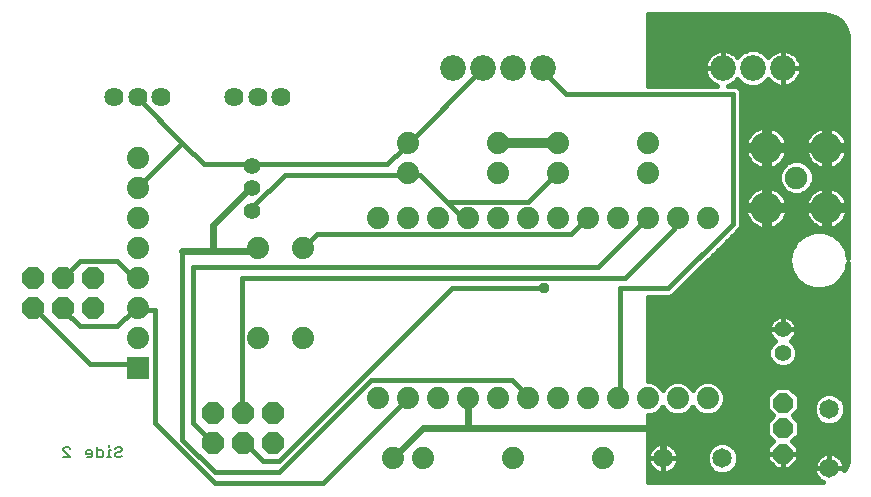
<source format=gbl>
G75*
G70*
%OFA0B0*%
%FSLAX24Y24*%
%IPPOS*%
%LPD*%
%AMOC8*
5,1,8,0,0,1.08239X$1,22.5*
%
%ADD10C,0.0060*%
%ADD11C,0.0740*%
%ADD12OC8,0.0740*%
%ADD13C,0.0555*%
%ADD14C,0.0560*%
%ADD15OC8,0.0660*%
%ADD16C,0.0750*%
%ADD17C,0.1050*%
%ADD18C,0.0860*%
%ADD19C,0.0640*%
%ADD20R,0.0740X0.0740*%
%ADD21C,0.0650*%
%ADD22C,0.0160*%
%ADD23C,0.0157*%
%ADD24C,0.0240*%
%ADD25C,0.0320*%
%ADD26C,0.0377*%
D10*
X002624Y001210D02*
X002851Y001210D01*
X002624Y001437D01*
X002624Y001494D01*
X002681Y001550D01*
X002794Y001550D01*
X002851Y001494D01*
X003361Y001380D02*
X003361Y001323D01*
X003588Y001323D01*
X003588Y001267D02*
X003588Y001380D01*
X003531Y001437D01*
X003418Y001437D01*
X003361Y001380D01*
X003418Y001210D02*
X003531Y001210D01*
X003588Y001267D01*
X003729Y001210D02*
X003899Y001210D01*
X003956Y001267D01*
X003956Y001380D01*
X003899Y001437D01*
X003729Y001437D01*
X003729Y001550D02*
X003729Y001210D01*
X004088Y001210D02*
X004202Y001210D01*
X004145Y001210D02*
X004145Y001437D01*
X004202Y001437D01*
X004145Y001550D02*
X004145Y001607D01*
X004343Y001494D02*
X004400Y001550D01*
X004513Y001550D01*
X004570Y001494D01*
X004570Y001437D01*
X004513Y001380D01*
X004400Y001380D01*
X004343Y001323D01*
X004343Y001267D01*
X004400Y001210D01*
X004513Y001210D01*
X004570Y001267D01*
D11*
X005100Y005180D03*
X005100Y006180D03*
X005100Y007180D03*
X005100Y008180D03*
X005100Y009180D03*
X005100Y010180D03*
X005100Y011180D03*
X009100Y008180D03*
X010600Y008180D03*
X013100Y009180D03*
X014100Y009180D03*
X015100Y009180D03*
X016100Y009180D03*
X017100Y009180D03*
X018100Y009180D03*
X019100Y009180D03*
X020100Y009180D03*
X021100Y009180D03*
X022100Y009180D03*
X023100Y009180D03*
X024100Y009180D03*
X022100Y010680D03*
X022100Y011680D03*
X019100Y011680D03*
X019100Y010680D03*
X017100Y010680D03*
X017100Y011680D03*
X014100Y011680D03*
X014100Y010680D03*
X010600Y005180D03*
X009100Y005180D03*
X013100Y003180D03*
X014100Y003180D03*
X015100Y003180D03*
X016100Y003180D03*
X017100Y003180D03*
X018100Y003180D03*
X019100Y003180D03*
X020100Y003180D03*
X021100Y003180D03*
X022100Y003180D03*
X023100Y003180D03*
X024100Y003180D03*
X020600Y001180D03*
X017600Y001180D03*
X014600Y001180D03*
X013600Y001180D03*
D12*
X009600Y001680D03*
X008600Y001680D03*
X007600Y001680D03*
X007600Y002680D03*
X008600Y002680D03*
X009600Y002680D03*
X003600Y006180D03*
X002600Y006180D03*
X001600Y006180D03*
X001600Y007180D03*
X002600Y007180D03*
X003600Y007180D03*
D13*
X008900Y009430D03*
X008900Y010180D03*
X008900Y010930D03*
D14*
X026600Y005474D03*
X026600Y004686D03*
D15*
X026600Y003030D03*
X026600Y002180D03*
X026600Y001330D03*
D16*
X027050Y010530D03*
D17*
X026046Y009526D03*
X028054Y009526D03*
X028054Y011534D03*
X026046Y011534D03*
D18*
X025600Y014180D03*
X024600Y014180D03*
X026600Y014180D03*
X018600Y014180D03*
X017600Y014180D03*
X016600Y014180D03*
X015600Y014180D03*
D19*
X009887Y013211D03*
X009100Y013211D03*
X008313Y013211D03*
X005887Y013211D03*
X005100Y013211D03*
X004313Y013211D03*
D20*
X005100Y004180D03*
D21*
X022616Y001180D03*
X024584Y001180D03*
X028150Y000846D03*
X028150Y002814D03*
D22*
X027672Y003033D02*
X027130Y003033D01*
X027130Y002875D02*
X027625Y002875D01*
X027625Y002919D02*
X027625Y002710D01*
X027705Y002517D01*
X027853Y002369D01*
X028046Y002289D01*
X028254Y002289D01*
X028447Y002369D01*
X028595Y002517D01*
X028675Y002710D01*
X028675Y002919D01*
X028595Y003112D01*
X028447Y003259D01*
X028254Y003339D01*
X028046Y003339D01*
X027853Y003259D01*
X027705Y003112D01*
X027625Y002919D01*
X027625Y002716D02*
X027036Y002716D01*
X027130Y002810D02*
X026925Y002605D01*
X027130Y002400D01*
X027130Y001960D01*
X026910Y001741D01*
X027110Y001541D01*
X027110Y001330D01*
X026600Y001330D01*
X026600Y001330D01*
X026600Y001330D01*
X026090Y001330D01*
X026090Y001541D01*
X026290Y001741D01*
X026070Y001960D01*
X026070Y002400D01*
X026275Y002605D01*
X026070Y002810D01*
X026070Y003250D01*
X026380Y003560D01*
X026820Y003560D01*
X027130Y003250D01*
X027130Y002810D01*
X026972Y002558D02*
X027688Y002558D01*
X027823Y002399D02*
X027130Y002399D01*
X027130Y002241D02*
X028770Y002241D01*
X028770Y002399D02*
X028477Y002399D01*
X028612Y002558D02*
X028770Y002558D01*
X028770Y002716D02*
X028675Y002716D01*
X028675Y002875D02*
X028770Y002875D01*
X028770Y003033D02*
X028628Y003033D01*
X028515Y003192D02*
X028770Y003192D01*
X028770Y003350D02*
X027030Y003350D01*
X027130Y003192D02*
X027785Y003192D01*
X026871Y003509D02*
X028770Y003509D01*
X028770Y003667D02*
X024414Y003667D01*
X024423Y003663D02*
X024213Y003750D01*
X023987Y003750D01*
X023777Y003663D01*
X023617Y003503D01*
X023600Y003462D01*
X023583Y003503D01*
X023423Y003663D01*
X023213Y003750D01*
X022987Y003750D01*
X022777Y003663D01*
X022617Y003503D01*
X022600Y003462D01*
X022583Y003503D01*
X022423Y003663D01*
X022213Y003750D01*
X022100Y003750D01*
X022100Y006561D01*
X022835Y006561D01*
X022938Y006604D01*
X025098Y008764D01*
X025176Y008842D01*
X025219Y008945D01*
X025219Y013375D01*
X025176Y013478D01*
X025098Y013556D01*
X024995Y013599D01*
X024785Y013599D01*
X024834Y013615D01*
X024920Y013658D01*
X024997Y013715D01*
X025065Y013783D01*
X025083Y013806D01*
X025243Y013646D01*
X025475Y013550D01*
X025725Y013550D01*
X025957Y013646D01*
X026117Y013806D01*
X026135Y013783D01*
X026203Y013715D01*
X026280Y013658D01*
X026366Y013615D01*
X026457Y013585D01*
X026552Y013570D01*
X026600Y013570D01*
X026648Y013570D01*
X026743Y013585D01*
X026834Y013615D01*
X026920Y013658D01*
X026997Y013715D01*
X027065Y013783D01*
X027122Y013860D01*
X027165Y013946D01*
X027195Y014037D01*
X027210Y014132D01*
X027210Y014180D01*
X027210Y014228D01*
X027195Y014323D01*
X027165Y014414D01*
X027122Y014500D01*
X027065Y014577D01*
X026997Y014645D01*
X026920Y014702D01*
X026834Y014745D01*
X026743Y014775D01*
X026648Y014790D01*
X026600Y014790D01*
X026600Y014180D01*
X026600Y014180D01*
X027210Y014180D01*
X026600Y014180D01*
X026600Y014180D01*
X026600Y014790D01*
X026552Y014790D01*
X026457Y014775D01*
X026366Y014745D01*
X026280Y014702D01*
X026203Y014645D01*
X026135Y014577D01*
X026117Y014554D01*
X025957Y014714D01*
X025725Y014810D01*
X025475Y014810D01*
X025243Y014714D01*
X025083Y014554D01*
X025065Y014577D01*
X024997Y014645D01*
X024920Y014702D01*
X024834Y014745D01*
X024743Y014775D01*
X024648Y014790D01*
X024600Y014790D01*
X024600Y014180D01*
X024600Y014180D01*
X024600Y014790D01*
X024552Y014790D01*
X024457Y014775D01*
X024366Y014745D01*
X024280Y014702D01*
X024203Y014645D01*
X024135Y014577D01*
X024078Y014500D01*
X024035Y014414D01*
X024005Y014323D01*
X023990Y014228D01*
X023990Y014180D01*
X024600Y014180D01*
X024600Y014180D01*
X023990Y014180D01*
X023990Y014132D01*
X024005Y014037D01*
X024035Y013946D01*
X024078Y013860D01*
X024135Y013783D01*
X024203Y013715D01*
X024280Y013658D01*
X024366Y013615D01*
X024415Y013599D01*
X022100Y013599D01*
X022100Y015976D01*
X027970Y015976D01*
X028095Y015966D01*
X028333Y015889D01*
X028536Y015742D01*
X028683Y015539D01*
X028760Y015301D01*
X028770Y015176D01*
X028770Y007864D01*
X028726Y008117D01*
X028555Y008413D01*
X028292Y008633D01*
X027971Y008750D01*
X027629Y008750D01*
X027308Y008633D01*
X027308Y008633D01*
X027045Y008413D01*
X026874Y008117D01*
X026874Y008117D01*
X026815Y007780D01*
X026874Y007443D01*
X027045Y007147D01*
X027308Y006927D01*
X027629Y006810D01*
X027971Y006810D01*
X028292Y006927D01*
X028292Y006927D01*
X028555Y007147D01*
X028726Y007443D01*
X028770Y007696D01*
X028770Y001180D01*
X028760Y001055D01*
X028683Y000817D01*
X028649Y000771D01*
X028655Y000806D01*
X028655Y000846D01*
X028655Y000885D01*
X028643Y000964D01*
X028618Y001040D01*
X028582Y001110D01*
X028535Y001175D01*
X028479Y001231D01*
X028415Y001278D01*
X028344Y001314D01*
X028268Y001338D01*
X028190Y001351D01*
X028150Y001351D01*
X028110Y001351D01*
X028032Y001338D01*
X027956Y001314D01*
X027885Y001278D01*
X027821Y001231D01*
X027765Y001175D01*
X027718Y001110D01*
X027682Y001040D01*
X027657Y000964D01*
X027645Y000885D01*
X027645Y000846D01*
X028150Y000846D01*
X028150Y001351D01*
X028150Y000846D01*
X028150Y000846D01*
X028150Y000846D01*
X028655Y000846D01*
X028150Y000846D01*
X028150Y000846D01*
X027645Y000846D01*
X027645Y000806D01*
X027657Y000727D01*
X027682Y000652D01*
X027718Y000581D01*
X027765Y000517D01*
X027821Y000461D01*
X027885Y000414D01*
X027952Y000380D01*
X022100Y000380D01*
X022100Y002610D01*
X022213Y002610D01*
X022423Y002697D01*
X022583Y002857D01*
X022600Y002898D01*
X022617Y002857D01*
X022777Y002697D01*
X022987Y002610D01*
X023213Y002610D01*
X023423Y002697D01*
X023583Y002857D01*
X023600Y002898D01*
X023617Y002857D01*
X023777Y002697D01*
X023987Y002610D01*
X024213Y002610D01*
X024423Y002697D01*
X024583Y002857D01*
X024670Y003067D01*
X024670Y003293D01*
X024583Y003503D01*
X024423Y003663D01*
X024578Y003509D02*
X026329Y003509D01*
X026170Y003350D02*
X024647Y003350D01*
X024670Y003192D02*
X026070Y003192D01*
X026070Y003033D02*
X024656Y003033D01*
X024590Y002875D02*
X026070Y002875D01*
X026164Y002716D02*
X024442Y002716D01*
X023758Y002716D02*
X023442Y002716D01*
X023590Y002875D02*
X023610Y002875D01*
X022758Y002716D02*
X022442Y002716D01*
X022590Y002875D02*
X022610Y002875D01*
X022100Y002558D02*
X026228Y002558D01*
X026070Y002399D02*
X022100Y002399D01*
X022100Y002241D02*
X026070Y002241D01*
X026070Y002082D02*
X022100Y002082D01*
X022100Y001924D02*
X026107Y001924D01*
X026265Y001765D02*
X022100Y001765D01*
X022100Y001607D02*
X022344Y001607D01*
X022351Y001612D02*
X022287Y001565D01*
X022231Y001509D01*
X022184Y001445D01*
X022148Y001374D01*
X022123Y001298D01*
X022111Y001220D01*
X022111Y001180D01*
X022111Y001140D01*
X022123Y001062D01*
X022148Y000986D01*
X022184Y000915D01*
X022231Y000851D01*
X022287Y000795D01*
X022351Y000748D01*
X022422Y000712D01*
X022497Y000687D01*
X022576Y000675D01*
X022616Y000675D01*
X022655Y000675D01*
X022734Y000687D01*
X022810Y000712D01*
X022880Y000748D01*
X022945Y000795D01*
X023001Y000851D01*
X023048Y000915D01*
X023084Y000986D01*
X023108Y001062D01*
X023121Y001140D01*
X023121Y001180D01*
X023121Y001220D01*
X023108Y001298D01*
X023084Y001374D01*
X023048Y001445D01*
X023001Y001509D01*
X022945Y001565D01*
X022880Y001612D01*
X022810Y001648D01*
X022734Y001673D01*
X022655Y001685D01*
X022616Y001685D01*
X022616Y001180D01*
X023121Y001180D01*
X022616Y001180D01*
X022616Y001180D01*
X022616Y000675D01*
X022616Y001180D01*
X022616Y001180D01*
X022616Y001180D01*
X022616Y001685D01*
X022576Y001685D01*
X022497Y001673D01*
X022422Y001648D01*
X022351Y001612D01*
X022186Y001448D02*
X022100Y001448D01*
X022100Y001290D02*
X022122Y001290D01*
X022111Y001180D02*
X022616Y001180D01*
X022111Y001180D01*
X022112Y001131D02*
X022100Y001131D01*
X022100Y000973D02*
X022155Y000973D01*
X022100Y000814D02*
X022268Y000814D01*
X022100Y000656D02*
X024479Y000656D01*
X024480Y000655D02*
X024689Y000655D01*
X024882Y000735D01*
X025029Y000883D01*
X025109Y001076D01*
X025109Y001284D01*
X025029Y001477D01*
X024882Y001625D01*
X024689Y001705D01*
X024480Y001705D01*
X024287Y001625D01*
X024139Y001477D01*
X024059Y001284D01*
X024059Y001076D01*
X024139Y000883D01*
X024287Y000735D01*
X024480Y000655D01*
X024690Y000656D02*
X027681Y000656D01*
X027645Y000814D02*
X024961Y000814D01*
X025067Y000973D02*
X026236Y000973D01*
X026090Y001119D02*
X026389Y000820D01*
X026600Y000820D01*
X026811Y000820D01*
X027110Y001119D01*
X027110Y001330D01*
X026600Y001330D01*
X026600Y000820D01*
X026600Y001330D01*
X026600Y001330D01*
X026090Y001330D01*
X026090Y001119D01*
X026090Y001131D02*
X025109Y001131D01*
X025107Y001290D02*
X026090Y001290D01*
X026090Y001448D02*
X025041Y001448D01*
X024900Y001607D02*
X026155Y001607D01*
X026600Y001290D02*
X026600Y001290D01*
X026600Y001131D02*
X026600Y001131D01*
X026600Y000973D02*
X026600Y000973D01*
X026964Y000973D02*
X027660Y000973D01*
X027733Y001131D02*
X027110Y001131D01*
X027110Y001290D02*
X027909Y001290D01*
X028150Y001290D02*
X028150Y001290D01*
X028150Y001131D02*
X028150Y001131D01*
X028150Y000973D02*
X028150Y000973D01*
X028567Y001131D02*
X028766Y001131D01*
X028770Y001290D02*
X028391Y001290D01*
X028770Y001448D02*
X027110Y001448D01*
X027045Y001607D02*
X028770Y001607D01*
X028770Y001765D02*
X026935Y001765D01*
X027093Y001924D02*
X028770Y001924D01*
X028770Y002082D02*
X027130Y002082D01*
X028640Y000973D02*
X028733Y000973D01*
X028681Y000814D02*
X028655Y000814D01*
X027785Y000497D02*
X022100Y000497D01*
X022616Y000814D02*
X022616Y000814D01*
X022616Y000973D02*
X022616Y000973D01*
X022616Y001131D02*
X022616Y001131D01*
X022616Y001180D02*
X022616Y001180D01*
X022616Y001290D02*
X022616Y001290D01*
X022616Y001448D02*
X022616Y001448D01*
X022616Y001607D02*
X022616Y001607D01*
X022888Y001607D02*
X024268Y001607D01*
X024127Y001448D02*
X023045Y001448D01*
X023110Y001290D02*
X024061Y001290D01*
X024059Y001131D02*
X023119Y001131D01*
X023077Y000973D02*
X024102Y000973D01*
X024208Y000814D02*
X022964Y000814D01*
X022622Y003509D02*
X022578Y003509D01*
X022414Y003667D02*
X022786Y003667D01*
X023414Y003667D02*
X023786Y003667D01*
X023622Y003509D02*
X023578Y003509D01*
X022100Y003826D02*
X028770Y003826D01*
X028770Y003984D02*
X022100Y003984D01*
X022100Y004143D02*
X028770Y004143D01*
X028770Y004301D02*
X026894Y004301D01*
X026872Y004279D02*
X027007Y004414D01*
X027080Y004591D01*
X027080Y004782D01*
X027007Y004958D01*
X026872Y005093D01*
X026864Y005097D01*
X026900Y005123D01*
X026951Y005174D01*
X026993Y005233D01*
X027026Y005297D01*
X027049Y005366D01*
X027060Y005437D01*
X027060Y005474D01*
X027060Y005510D01*
X027049Y005581D01*
X027026Y005650D01*
X026993Y005715D01*
X026951Y005773D01*
X026900Y005825D01*
X026841Y005867D01*
X026777Y005900D01*
X026708Y005922D01*
X026636Y005934D01*
X026600Y005934D01*
X026564Y005934D01*
X026492Y005922D01*
X026423Y005900D01*
X026359Y005867D01*
X026300Y005825D01*
X026249Y005773D01*
X026207Y005715D01*
X026174Y005650D01*
X026151Y005581D01*
X026140Y005510D01*
X026140Y005474D01*
X026600Y005474D01*
X026600Y005934D01*
X026600Y005474D01*
X026600Y005474D01*
X026600Y005474D01*
X027060Y005474D01*
X026600Y005474D01*
X026600Y005474D01*
X026140Y005474D01*
X026140Y005437D01*
X026151Y005366D01*
X026174Y005297D01*
X026207Y005233D01*
X026249Y005174D01*
X026300Y005123D01*
X026336Y005097D01*
X026328Y005093D01*
X026193Y004958D01*
X026120Y004782D01*
X026120Y004591D01*
X026193Y004414D01*
X026328Y004279D01*
X026505Y004206D01*
X026695Y004206D01*
X026872Y004279D01*
X027026Y004460D02*
X028770Y004460D01*
X028770Y004618D02*
X027080Y004618D01*
X027080Y004777D02*
X028770Y004777D01*
X028770Y004935D02*
X027017Y004935D01*
X026871Y005094D02*
X028770Y005094D01*
X028770Y005252D02*
X027003Y005252D01*
X027056Y005411D02*
X028770Y005411D01*
X028770Y005569D02*
X027051Y005569D01*
X026984Y005728D02*
X028770Y005728D01*
X028770Y005886D02*
X026804Y005886D01*
X026600Y005886D02*
X026600Y005886D01*
X026600Y005728D02*
X026600Y005728D01*
X026600Y005569D02*
X026600Y005569D01*
X026396Y005886D02*
X022100Y005886D01*
X022100Y005728D02*
X026216Y005728D01*
X026149Y005569D02*
X022100Y005569D01*
X022100Y005411D02*
X026144Y005411D01*
X026197Y005252D02*
X022100Y005252D01*
X022100Y005094D02*
X026329Y005094D01*
X026183Y004935D02*
X022100Y004935D01*
X022100Y004777D02*
X026120Y004777D01*
X026120Y004618D02*
X022100Y004618D01*
X022100Y004460D02*
X026174Y004460D01*
X026306Y004301D02*
X022100Y004301D01*
X022100Y006045D02*
X028770Y006045D01*
X028770Y006203D02*
X022100Y006203D01*
X022100Y006362D02*
X028770Y006362D01*
X028770Y006520D02*
X022100Y006520D01*
X023013Y006679D02*
X028770Y006679D01*
X028770Y006837D02*
X028045Y006837D01*
X028374Y006996D02*
X028770Y006996D01*
X028770Y007154D02*
X028559Y007154D01*
X028555Y007147D02*
X028555Y007147D01*
X028555Y007147D01*
X028650Y007313D02*
X028770Y007313D01*
X028726Y007443D02*
X028726Y007443D01*
X028730Y007471D02*
X028770Y007471D01*
X028758Y007630D02*
X028770Y007630D01*
X028756Y007947D02*
X028770Y007947D01*
X028770Y008105D02*
X028728Y008105D01*
X028726Y008117D02*
X028726Y008117D01*
X028770Y008264D02*
X028641Y008264D01*
X028555Y008413D02*
X028555Y008413D01*
X028544Y008422D02*
X028770Y008422D01*
X028770Y008581D02*
X028355Y008581D01*
X028292Y008633D02*
X028292Y008633D01*
X028192Y008833D02*
X028281Y008857D01*
X028366Y008892D01*
X028446Y008939D01*
X028520Y008995D01*
X028585Y009060D01*
X028641Y009134D01*
X028688Y009214D01*
X028688Y009215D02*
X028770Y009215D01*
X028688Y009214D02*
X028723Y009299D01*
X028747Y009388D01*
X028754Y009446D01*
X028134Y009446D01*
X028134Y009606D01*
X028754Y009606D01*
X028747Y009664D01*
X028723Y009753D01*
X028688Y009839D01*
X028641Y009919D01*
X028585Y009992D01*
X028520Y010057D01*
X028446Y010114D01*
X028366Y010160D01*
X028281Y010195D01*
X028192Y010219D01*
X028134Y010227D01*
X028134Y009606D01*
X027974Y009606D01*
X027974Y009446D01*
X028134Y009446D01*
X028134Y008826D01*
X028192Y008833D01*
X028134Y008898D02*
X027974Y008898D01*
X027974Y008826D02*
X027916Y008833D01*
X027827Y008857D01*
X027741Y008892D01*
X027661Y008939D01*
X027588Y008995D01*
X027523Y009060D01*
X027466Y009134D01*
X027420Y009214D01*
X027385Y009299D01*
X027361Y009388D01*
X027353Y009446D01*
X027974Y009446D01*
X027974Y008826D01*
X028001Y008739D02*
X028770Y008739D01*
X028770Y008898D02*
X028375Y008898D01*
X028581Y009056D02*
X028770Y009056D01*
X028770Y009373D02*
X028743Y009373D01*
X028770Y009532D02*
X028134Y009532D01*
X028134Y009690D02*
X027974Y009690D01*
X027974Y009606D02*
X027974Y010227D01*
X027916Y010219D01*
X027827Y010195D01*
X027741Y010160D01*
X027661Y010114D01*
X027588Y010057D01*
X027523Y009992D01*
X027466Y009919D01*
X027420Y009839D01*
X027385Y009753D01*
X027361Y009664D01*
X027353Y009606D01*
X027974Y009606D01*
X027974Y009532D02*
X026126Y009532D01*
X026126Y009606D02*
X026747Y009606D01*
X026739Y009664D01*
X026715Y009753D01*
X026680Y009839D01*
X026634Y009919D01*
X026577Y009992D01*
X026512Y010057D01*
X026439Y010114D01*
X026359Y010160D01*
X026273Y010195D01*
X026184Y010219D01*
X026126Y010227D01*
X026126Y009606D01*
X026126Y009446D01*
X026126Y008826D01*
X026184Y008833D01*
X026273Y008857D01*
X026359Y008892D01*
X026439Y008939D01*
X026512Y008995D01*
X026577Y009060D01*
X026634Y009134D01*
X026680Y009214D01*
X026715Y009299D01*
X026739Y009388D01*
X026747Y009446D01*
X026126Y009446D01*
X025966Y009446D01*
X025966Y008826D01*
X025908Y008833D01*
X025819Y008857D01*
X025734Y008892D01*
X025654Y008939D01*
X025580Y008995D01*
X025515Y009060D01*
X025459Y009134D01*
X025412Y009214D01*
X025412Y009215D02*
X025219Y009215D01*
X025219Y009373D02*
X025357Y009373D01*
X025353Y009388D02*
X025377Y009299D01*
X025412Y009214D01*
X025353Y009388D02*
X025346Y009446D01*
X025966Y009446D01*
X025966Y009606D01*
X025346Y009606D01*
X025353Y009664D01*
X025377Y009753D01*
X025412Y009839D01*
X025459Y009919D01*
X025515Y009992D01*
X025580Y010057D01*
X025654Y010114D01*
X025734Y010160D01*
X025819Y010195D01*
X025908Y010219D01*
X025966Y010227D01*
X025966Y009606D01*
X026126Y009606D01*
X026126Y009690D02*
X025966Y009690D01*
X025966Y009532D02*
X025219Y009532D01*
X025219Y009690D02*
X025360Y009690D01*
X025418Y009849D02*
X025219Y009849D01*
X025219Y010007D02*
X025530Y010007D01*
X025748Y010166D02*
X025219Y010166D01*
X025219Y010324D02*
X026513Y010324D01*
X026475Y010416D02*
X026563Y010204D01*
X026724Y010043D01*
X026936Y009955D01*
X027164Y009955D01*
X027376Y010043D01*
X027537Y010204D01*
X027625Y010416D01*
X027625Y010644D01*
X027537Y010856D01*
X027376Y011017D01*
X027164Y011105D01*
X026936Y011105D01*
X026724Y011017D01*
X026563Y010856D01*
X026475Y010644D01*
X026475Y010416D01*
X026475Y010483D02*
X025219Y010483D01*
X025219Y010641D02*
X026475Y010641D01*
X026539Y010800D02*
X025219Y010800D01*
X025219Y010958D02*
X025639Y010958D01*
X025654Y010946D02*
X025734Y010900D01*
X025819Y010865D01*
X025908Y010841D01*
X025966Y010833D01*
X025966Y011454D01*
X025346Y011454D01*
X025353Y011396D01*
X025377Y011307D01*
X025412Y011221D01*
X025459Y011141D01*
X025515Y011068D01*
X025580Y011003D01*
X025654Y010946D01*
X025478Y011117D02*
X025219Y011117D01*
X025219Y011275D02*
X025390Y011275D01*
X025348Y011434D02*
X025219Y011434D01*
X025219Y011592D02*
X025966Y011592D01*
X025966Y011614D02*
X025966Y011454D01*
X026126Y011454D01*
X026126Y010833D01*
X026184Y010841D01*
X026273Y010865D01*
X026359Y010900D01*
X026439Y010946D01*
X026512Y011003D01*
X026577Y011068D01*
X026634Y011141D01*
X026680Y011221D01*
X026715Y011307D01*
X026739Y011396D01*
X026747Y011454D01*
X026126Y011454D01*
X026126Y011614D01*
X025966Y011614D01*
X025966Y012234D01*
X025908Y012227D01*
X025819Y012203D01*
X025734Y012168D01*
X025654Y012121D01*
X025580Y012065D01*
X025515Y012000D01*
X025459Y011926D01*
X025412Y011846D01*
X025377Y011761D01*
X025353Y011672D01*
X025346Y011614D01*
X025966Y011614D01*
X025966Y011751D02*
X026126Y011751D01*
X026126Y011614D02*
X026126Y012234D01*
X026184Y012227D01*
X026273Y012203D01*
X026359Y012168D01*
X026439Y012121D01*
X026512Y012065D01*
X026577Y012000D01*
X026634Y011926D01*
X026680Y011846D01*
X026715Y011761D01*
X026739Y011672D01*
X026747Y011614D01*
X026126Y011614D01*
X026126Y011592D02*
X027974Y011592D01*
X027974Y011614D02*
X027974Y011454D01*
X028134Y011454D01*
X028134Y011614D01*
X028754Y011614D01*
X028747Y011672D01*
X028723Y011761D01*
X028688Y011846D01*
X028641Y011926D01*
X028585Y012000D01*
X028520Y012065D01*
X028446Y012121D01*
X028366Y012168D01*
X028281Y012203D01*
X028192Y012227D01*
X028134Y012234D01*
X028134Y011614D01*
X027974Y011614D01*
X027974Y012234D01*
X027916Y012227D01*
X027827Y012203D01*
X027741Y012168D01*
X027661Y012121D01*
X027588Y012065D01*
X027523Y012000D01*
X027466Y011926D01*
X027420Y011846D01*
X027385Y011761D01*
X027361Y011672D01*
X027353Y011614D01*
X027974Y011614D01*
X027974Y011751D02*
X028134Y011751D01*
X028134Y011909D02*
X027974Y011909D01*
X027974Y012068D02*
X028134Y012068D01*
X028134Y012226D02*
X027974Y012226D01*
X027913Y012226D02*
X026187Y012226D01*
X026126Y012226D02*
X025966Y012226D01*
X025905Y012226D02*
X025219Y012226D01*
X025219Y012068D02*
X025583Y012068D01*
X025449Y011909D02*
X025219Y011909D01*
X025219Y011751D02*
X025374Y011751D01*
X025966Y011909D02*
X026126Y011909D01*
X026126Y012068D02*
X025966Y012068D01*
X026509Y012068D02*
X027591Y012068D01*
X027456Y011909D02*
X026644Y011909D01*
X026718Y011751D02*
X027382Y011751D01*
X027353Y011454D02*
X027361Y011396D01*
X027385Y011307D01*
X027420Y011221D01*
X027466Y011141D01*
X027523Y011068D01*
X027588Y011003D01*
X027661Y010946D01*
X027741Y010900D01*
X027827Y010865D01*
X027916Y010841D01*
X027974Y010833D01*
X027974Y011454D01*
X027353Y011454D01*
X027356Y011434D02*
X026744Y011434D01*
X026702Y011275D02*
X027398Y011275D01*
X027486Y011117D02*
X026614Y011117D01*
X026665Y010958D02*
X026454Y010958D01*
X026126Y010958D02*
X025966Y010958D01*
X025966Y011117D02*
X026126Y011117D01*
X026126Y011275D02*
X025966Y011275D01*
X025966Y011434D02*
X026126Y011434D01*
X027435Y010958D02*
X027646Y010958D01*
X027561Y010800D02*
X028770Y010800D01*
X028770Y010958D02*
X028461Y010958D01*
X028446Y010946D02*
X028520Y011003D01*
X028585Y011068D01*
X028641Y011141D01*
X028688Y011221D01*
X028723Y011307D01*
X028747Y011396D01*
X028754Y011454D01*
X028134Y011454D01*
X028134Y010833D01*
X028192Y010841D01*
X028281Y010865D01*
X028366Y010900D01*
X028446Y010946D01*
X028622Y011117D02*
X028770Y011117D01*
X028770Y011275D02*
X028710Y011275D01*
X028752Y011434D02*
X028770Y011434D01*
X028770Y011592D02*
X028134Y011592D01*
X028134Y011434D02*
X027974Y011434D01*
X027974Y011275D02*
X028134Y011275D01*
X028134Y011117D02*
X027974Y011117D01*
X027974Y010958D02*
X028134Y010958D01*
X027625Y010641D02*
X028770Y010641D01*
X028770Y010483D02*
X027625Y010483D01*
X027587Y010324D02*
X028770Y010324D01*
X028770Y010166D02*
X028352Y010166D01*
X028134Y010166D02*
X027974Y010166D01*
X027974Y010007D02*
X028134Y010007D01*
X028134Y009849D02*
X027974Y009849D01*
X028570Y010007D02*
X028770Y010007D01*
X028770Y009849D02*
X028682Y009849D01*
X028740Y009690D02*
X028770Y009690D01*
X028134Y009373D02*
X027974Y009373D01*
X027974Y009215D02*
X028134Y009215D01*
X028134Y009056D02*
X027974Y009056D01*
X027733Y008898D02*
X026367Y008898D01*
X026126Y008898D02*
X025966Y008898D01*
X025966Y009056D02*
X026126Y009056D01*
X026126Y009215D02*
X025966Y009215D01*
X025966Y009373D02*
X026126Y009373D01*
X026573Y009056D02*
X027527Y009056D01*
X027420Y009215D02*
X026680Y009215D01*
X026735Y009373D02*
X027365Y009373D01*
X027368Y009690D02*
X026732Y009690D01*
X026674Y009849D02*
X027426Y009849D01*
X027538Y010007D02*
X027290Y010007D01*
X027499Y010166D02*
X027755Y010166D01*
X026810Y010007D02*
X026562Y010007D01*
X026601Y010166D02*
X026345Y010166D01*
X026126Y010166D02*
X025966Y010166D01*
X025966Y010007D02*
X026126Y010007D01*
X026126Y009849D02*
X025966Y009849D01*
X025519Y009056D02*
X025219Y009056D01*
X025199Y008898D02*
X025725Y008898D01*
X025073Y008739D02*
X027599Y008739D01*
X027245Y008581D02*
X024915Y008581D01*
X024756Y008422D02*
X027056Y008422D01*
X027045Y008413D02*
X027045Y008413D01*
X027045Y008413D01*
X026959Y008264D02*
X024598Y008264D01*
X024439Y008105D02*
X026872Y008105D01*
X026844Y007947D02*
X024281Y007947D01*
X024122Y007788D02*
X026816Y007788D01*
X026815Y007780D02*
X026815Y007780D01*
X026842Y007630D02*
X023964Y007630D01*
X023805Y007471D02*
X026870Y007471D01*
X026874Y007443D02*
X026874Y007443D01*
X026950Y007313D02*
X023647Y007313D01*
X023488Y007154D02*
X027041Y007154D01*
X027045Y007147D02*
X027045Y007147D01*
X027226Y006996D02*
X023330Y006996D01*
X023171Y006837D02*
X027555Y006837D01*
X027308Y006927D02*
X027308Y006927D01*
X028726Y011751D02*
X028770Y011751D01*
X028770Y011909D02*
X028651Y011909D01*
X028770Y012068D02*
X028517Y012068D01*
X028770Y012226D02*
X028195Y012226D01*
X028770Y012385D02*
X025219Y012385D01*
X025219Y012543D02*
X028770Y012543D01*
X028770Y012702D02*
X025219Y012702D01*
X025219Y012860D02*
X028770Y012860D01*
X028770Y013019D02*
X025219Y013019D01*
X025219Y013177D02*
X028770Y013177D01*
X028770Y013336D02*
X025219Y013336D01*
X025160Y013494D02*
X028770Y013494D01*
X028770Y013653D02*
X026908Y013653D01*
X027086Y013811D02*
X028770Y013811D01*
X028770Y013970D02*
X027173Y013970D01*
X027209Y014128D02*
X028770Y014128D01*
X028770Y014287D02*
X027201Y014287D01*
X027150Y014445D02*
X028770Y014445D01*
X028770Y014604D02*
X027039Y014604D01*
X026783Y014762D02*
X028770Y014762D01*
X028770Y014921D02*
X022100Y014921D01*
X022100Y015079D02*
X028770Y015079D01*
X028765Y015238D02*
X022100Y015238D01*
X022100Y015396D02*
X028729Y015396D01*
X028672Y015555D02*
X022100Y015555D01*
X022100Y015713D02*
X028557Y015713D01*
X028357Y015872D02*
X022100Y015872D01*
X022100Y014762D02*
X024417Y014762D01*
X024600Y014762D02*
X024600Y014762D01*
X024600Y014604D02*
X024600Y014604D01*
X024600Y014445D02*
X024600Y014445D01*
X024600Y014287D02*
X024600Y014287D01*
X025039Y014604D02*
X025133Y014604D01*
X025359Y014762D02*
X024783Y014762D01*
X024161Y014604D02*
X022100Y014604D01*
X022100Y014445D02*
X024050Y014445D01*
X023999Y014287D02*
X022100Y014287D01*
X022100Y014128D02*
X023991Y014128D01*
X024027Y013970D02*
X022100Y013970D01*
X022100Y013811D02*
X024114Y013811D01*
X024292Y013653D02*
X022100Y013653D01*
X024908Y013653D02*
X025237Y013653D01*
X025963Y013653D02*
X026292Y013653D01*
X026600Y013653D02*
X026600Y013653D01*
X026600Y013570D02*
X026600Y014180D01*
X026600Y014180D01*
X026600Y013570D01*
X026600Y013811D02*
X026600Y013811D01*
X026600Y013970D02*
X026600Y013970D01*
X026600Y014128D02*
X026600Y014128D01*
X026600Y014287D02*
X026600Y014287D01*
X026600Y014445D02*
X026600Y014445D01*
X026600Y014604D02*
X026600Y014604D01*
X026600Y014762D02*
X026600Y014762D01*
X026417Y014762D02*
X025841Y014762D01*
X026067Y014604D02*
X026161Y014604D01*
D23*
X024940Y013320D02*
X019360Y013320D01*
X018640Y014040D01*
X018600Y014180D01*
X016600Y014180D02*
X016480Y014040D01*
X014140Y011700D01*
X014100Y011680D01*
X013960Y011520D01*
X013420Y010980D01*
X008920Y010980D01*
X008900Y010930D01*
X008740Y010980D01*
X007300Y010980D01*
X006580Y011700D01*
X005140Y010260D01*
X005100Y010180D01*
X006580Y011700D02*
X005140Y013140D01*
X005100Y013211D01*
X008920Y009540D02*
X010000Y010620D01*
X013960Y010620D01*
X014100Y010680D01*
X014140Y010620D01*
X014500Y010620D01*
X015400Y009720D01*
X018100Y009720D01*
X019000Y010620D01*
X019100Y010680D01*
X020080Y009180D02*
X020100Y009180D01*
X020080Y009180D02*
X019540Y008640D01*
X011080Y008640D01*
X010720Y008280D01*
X010600Y008180D01*
X009100Y008180D02*
X009100Y008100D01*
X008560Y007200D02*
X021340Y007200D01*
X022960Y008820D01*
X022960Y009180D01*
X023100Y009180D01*
X022100Y009180D02*
X022060Y009180D01*
X020440Y007560D01*
X006940Y007560D01*
X006940Y002340D01*
X007600Y001680D01*
X007660Y000720D02*
X006580Y001800D01*
X006580Y008100D01*
X005100Y007180D02*
X004960Y007200D01*
X004420Y007740D01*
X003160Y007740D01*
X002600Y007180D01*
X002600Y006180D02*
X002620Y006120D01*
X003160Y005580D01*
X004420Y005580D01*
X004960Y006120D01*
X005100Y006180D01*
X005140Y006120D01*
X005680Y006120D01*
X005680Y002340D01*
X007660Y000360D01*
X011260Y000360D01*
X013960Y003060D01*
X014100Y003180D01*
X012880Y003780D02*
X009820Y000720D01*
X007660Y000720D01*
X008600Y001680D02*
X008740Y001620D01*
X009280Y001080D01*
X009820Y001080D01*
X015580Y006840D01*
X018640Y006840D01*
X021160Y006840D02*
X022780Y006840D01*
X024940Y009000D01*
X024940Y013320D01*
X016100Y009180D02*
X015940Y009180D01*
X015400Y009720D01*
X021160Y006840D02*
X021160Y003240D01*
X021100Y003180D01*
X018100Y003240D02*
X018100Y003180D01*
X018100Y003240D02*
X017560Y003780D01*
X012880Y003780D01*
X008600Y002680D02*
X008560Y002700D01*
X008560Y007200D01*
X008900Y009430D02*
X008920Y009540D01*
X008740Y010080D02*
X008900Y010180D01*
X003520Y004320D02*
X001720Y006120D01*
X001600Y006180D01*
X003520Y004320D02*
X004960Y004320D01*
X005100Y004180D01*
D24*
X006580Y008100D02*
X007600Y008100D01*
X007600Y008940D01*
X008740Y010080D01*
X009100Y008100D02*
X007600Y008100D01*
X016100Y003180D02*
X016100Y002180D01*
X022100Y002180D01*
X022616Y001664D01*
X022616Y001180D01*
X016100Y002180D02*
X014600Y002180D01*
X013600Y001180D01*
D25*
X017100Y011680D02*
X019100Y011680D01*
D26*
X018640Y006840D03*
M02*

</source>
